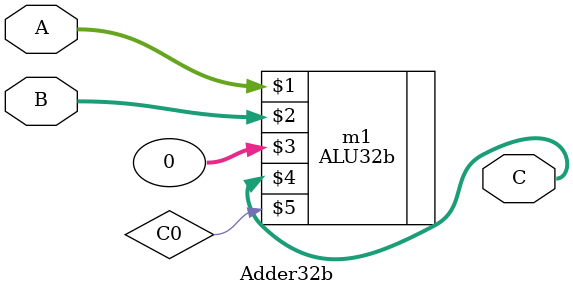
<source format=v>
`timescale 1ns / 1ps
module Adder32b(
input [31:0]A,
input [31:0]B,
output [31:0]C
    );
wire C0;
ALU32b m1(A,B,0,C,C0);

endmodule

</source>
